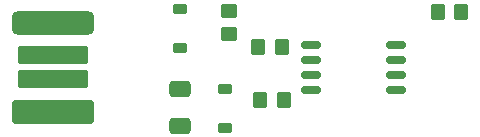
<source format=gbr>
%TF.GenerationSoftware,KiCad,Pcbnew,9.0.1*%
%TF.CreationDate,2025-11-17T22:12:27+05:30*%
%TF.ProjectId,Project_1,50726f6a-6563-4745-9f31-2e6b69636164,rev?*%
%TF.SameCoordinates,Original*%
%TF.FileFunction,Paste,Top*%
%TF.FilePolarity,Positive*%
%FSLAX46Y46*%
G04 Gerber Fmt 4.6, Leading zero omitted, Abs format (unit mm)*
G04 Created by KiCad (PCBNEW 9.0.1) date 2025-11-17 22:12:27*
%MOMM*%
%LPD*%
G01*
G04 APERTURE LIST*
G04 Aperture macros list*
%AMRoundRect*
0 Rectangle with rounded corners*
0 $1 Rounding radius*
0 $2 $3 $4 $5 $6 $7 $8 $9 X,Y pos of 4 corners*
0 Add a 4 corners polygon primitive as box body*
4,1,4,$2,$3,$4,$5,$6,$7,$8,$9,$2,$3,0*
0 Add four circle primitives for the rounded corners*
1,1,$1+$1,$2,$3*
1,1,$1+$1,$4,$5*
1,1,$1+$1,$6,$7*
1,1,$1+$1,$8,$9*
0 Add four rect primitives between the rounded corners*
20,1,$1+$1,$2,$3,$4,$5,0*
20,1,$1+$1,$4,$5,$6,$7,0*
20,1,$1+$1,$6,$7,$8,$9,0*
20,1,$1+$1,$8,$9,$2,$3,0*%
G04 Aperture macros list end*
%ADD10RoundRect,0.250000X-0.350000X-0.450000X0.350000X-0.450000X0.350000X0.450000X-0.350000X0.450000X0*%
%ADD11RoundRect,0.250000X0.350000X0.450000X-0.350000X0.450000X-0.350000X-0.450000X0.350000X-0.450000X0*%
%ADD12RoundRect,0.250000X0.650000X-0.412500X0.650000X0.412500X-0.650000X0.412500X-0.650000X-0.412500X0*%
%ADD13RoundRect,0.225000X-0.375000X0.225000X-0.375000X-0.225000X0.375000X-0.225000X0.375000X0.225000X0*%
%ADD14RoundRect,0.500000X-3.000000X-0.500000X3.000000X-0.500000X3.000000X0.500000X-3.000000X0.500000X0*%
%ADD15RoundRect,0.225000X-2.775000X-0.525000X2.775000X-0.525000X2.775000X0.525000X-2.775000X0.525000X0*%
%ADD16RoundRect,0.300000X-3.200000X-0.700000X3.200000X-0.700000X3.200000X0.700000X-3.200000X0.700000X0*%
%ADD17RoundRect,0.250000X0.450000X-0.350000X0.450000X0.350000X-0.450000X0.350000X-0.450000X-0.350000X0*%
%ADD18RoundRect,0.162500X0.650000X0.162500X-0.650000X0.162500X-0.650000X-0.162500X0.650000X-0.162500X0*%
G04 APERTURE END LIST*
D10*
%TO.C,R1*%
X136550000Y-79950000D03*
X138550000Y-79950000D03*
%TD*%
%TO.C,R3*%
X151600000Y-72500000D03*
X153600000Y-72500000D03*
%TD*%
D11*
%TO.C,R2*%
X138400000Y-75450000D03*
X136400000Y-75450000D03*
%TD*%
D12*
%TO.C,C1*%
X129800000Y-82112500D03*
X129800000Y-78987500D03*
%TD*%
D13*
%TO.C,D1*%
X129750000Y-72200000D03*
X129750000Y-75500000D03*
%TD*%
D14*
%TO.C,U2*%
X119000000Y-73400000D03*
D15*
X119000000Y-76150000D03*
X119000000Y-78150000D03*
D16*
X119000000Y-80900000D03*
%TD*%
D17*
%TO.C,R4*%
X133900000Y-74350000D03*
X133900000Y-72350000D03*
%TD*%
D13*
%TO.C,D2*%
X133550000Y-79000000D03*
X133550000Y-82300000D03*
%TD*%
D18*
%TO.C,U3*%
X148037500Y-79105000D03*
X148037500Y-77835000D03*
X148037500Y-76565000D03*
X148037500Y-75295000D03*
X140862500Y-75295000D03*
X140862500Y-76565000D03*
X140862500Y-77835000D03*
X140862500Y-79105000D03*
%TD*%
M02*

</source>
